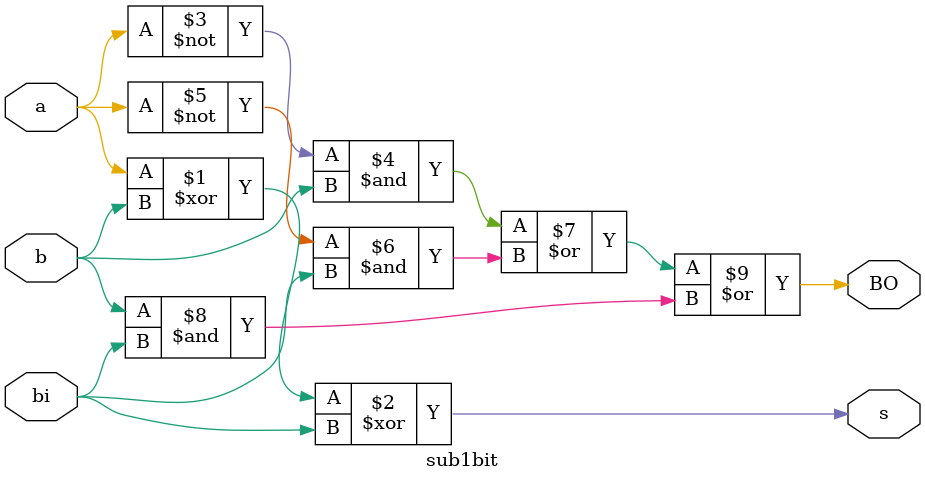
<source format=v>
module sub1bit(a,b,bi,s,BO);
input a,b,bi;
output s,BO;
assign s=a^b^bi;
assign BO=(~a&b)|(~a&bi)|(b&bi);
endmodule
</source>
